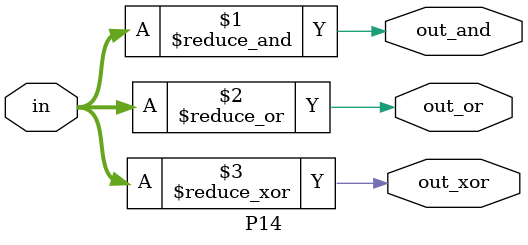
<source format=v>
module P14 (
    input [3:0] in,
    output out_and,
    output out_or,
    output out_xor
);

  assign out_and = &in;
  assign out_or  = |in;
  assign out_xor = ^in;

endmodule

</source>
